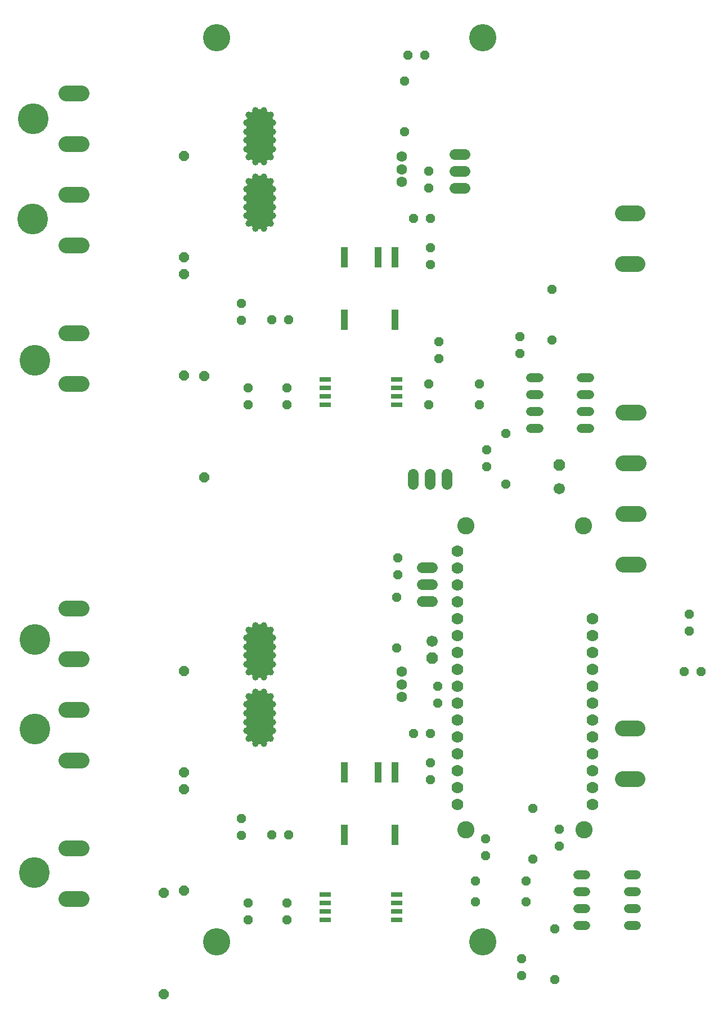
<source format=gts>
G04 EAGLE Gerber RS-274X export*
G75*
%MOMM*%
%FSLAX34Y34*%
%LPD*%
%INSoldermask Top*%
%IPPOS*%
%AMOC8*
5,1,8,0,0,1.08239X$1,22.5*%
G01*
%ADD10C,2.601600*%
%ADD11C,4.101600*%
%ADD12R,1.803400X0.660400*%
%ADD13P,1.594577X8X112.500000*%
%ADD14P,1.429621X8X292.500000*%
%ADD15C,2.351600*%
%ADD16P,1.429621X8X22.500000*%
%ADD17P,1.429621X8X112.500000*%
%ADD18C,1.320800*%
%ADD19C,1.001600*%
%ADD20C,4.101600*%
%ADD21C,1.601600*%
%ADD22C,1.625600*%
%ADD23R,1.092200X3.149600*%
%ADD24P,1.429621X8X202.500000*%
%ADD25C,1.778000*%
%ADD26C,1.701800*%
%ADD27P,1.842011X8X292.500000*%
%ADD28P,1.842011X8X112.500000*%
%ADD29C,4.617600*%


D10*
X932180Y269240D03*
X754380Y269240D03*
D11*
X780000Y1460000D03*
X380000Y1460000D03*
X780000Y100000D03*
X380000Y100000D03*
D10*
X754368Y726435D03*
X932112Y726435D03*
D12*
X543052Y171450D03*
X543052Y158750D03*
X543052Y146050D03*
X543052Y133350D03*
X650748Y133350D03*
X650748Y146050D03*
X650748Y158750D03*
X650748Y171450D03*
D13*
X330200Y355600D03*
X330200Y508000D03*
X330200Y177800D03*
X330200Y330200D03*
X299903Y21399D03*
X299903Y173799D03*
D14*
X426720Y158750D03*
X426720Y133350D03*
X485140Y158750D03*
X485140Y133350D03*
D15*
X176350Y525780D02*
X153850Y525780D01*
X153850Y601980D02*
X176350Y601980D01*
X176350Y165100D02*
X153850Y165100D01*
X153850Y241300D02*
X176350Y241300D01*
X992050Y744220D02*
X1014550Y744220D01*
X1014550Y668020D02*
X992050Y668020D01*
X992050Y896620D02*
X1014550Y896620D01*
X1014550Y820420D02*
X992050Y820420D01*
D16*
X769016Y192136D03*
X845216Y192136D03*
X769016Y160386D03*
X845216Y160386D03*
D17*
X784256Y230236D03*
X784256Y255636D03*
D14*
X888396Y119746D03*
X888396Y43546D03*
X838835Y74970D03*
X838835Y49570D03*
X855881Y301179D03*
X855881Y224979D03*
D17*
X895273Y244018D03*
X895273Y269418D03*
D18*
X922940Y201026D02*
X935132Y201026D01*
X935132Y175626D02*
X922940Y175626D01*
X999140Y175626D02*
X1011332Y175626D01*
X1011332Y201026D02*
X999140Y201026D01*
X935132Y150226D02*
X922940Y150226D01*
X922940Y124826D02*
X935132Y124826D01*
X999140Y150226D02*
X1011332Y150226D01*
X1011332Y124826D02*
X999140Y124826D01*
D15*
X990780Y421640D02*
X1013280Y421640D01*
X1013280Y345440D02*
X990780Y345440D01*
D19*
X438150Y398780D03*
X438150Y576580D03*
D20*
X444500Y557680D02*
X444500Y517680D01*
X444500Y457680D02*
X444500Y417680D01*
D21*
X658500Y468580D03*
X658500Y487680D03*
X658500Y506780D03*
D19*
X450850Y576580D03*
X450850Y398780D03*
X460750Y569430D03*
X464500Y557680D03*
X464500Y544430D03*
X464500Y531180D03*
X464500Y517680D03*
X460750Y505930D03*
X450750Y498680D03*
X438250Y498680D03*
X428250Y505930D03*
X424500Y517680D03*
X424500Y531180D03*
X424500Y544430D03*
X424500Y557680D03*
X428250Y569430D03*
X460750Y405930D03*
X464500Y417680D03*
X464500Y430930D03*
X464500Y444430D03*
X464500Y457680D03*
X460750Y469430D03*
X450750Y476680D03*
X438250Y476680D03*
X428250Y469430D03*
X424500Y457680D03*
X424500Y444430D03*
X424500Y430930D03*
X424500Y417680D03*
X428250Y405930D03*
D15*
X176350Y373380D02*
X153850Y373380D01*
X153850Y449580D02*
X176350Y449580D01*
D22*
X688853Y612811D02*
X704093Y612811D01*
X704093Y638211D02*
X688853Y638211D01*
X688853Y663611D02*
X704093Y663611D01*
X675150Y788947D02*
X675150Y804187D01*
X700550Y804187D02*
X700550Y788947D01*
X725950Y788947D02*
X725950Y804187D01*
D23*
X647700Y355600D03*
X622300Y355600D03*
X571500Y355600D03*
X571500Y261620D03*
X647700Y261620D03*
D17*
X1090930Y567690D03*
X1090930Y593090D03*
D24*
X1108710Y506730D03*
X1083310Y506730D03*
D25*
X741680Y307340D03*
X741680Y332740D03*
X741680Y358140D03*
X741680Y383540D03*
X741680Y408940D03*
X741680Y434340D03*
X741680Y459740D03*
X741680Y485140D03*
X741680Y510540D03*
X741680Y535940D03*
X741680Y561340D03*
X741680Y586740D03*
X741680Y612140D03*
X741680Y637540D03*
X741680Y662940D03*
X741680Y688340D03*
X944880Y586740D03*
X944880Y561340D03*
X944880Y535940D03*
X944880Y510540D03*
X944880Y485140D03*
X944880Y459740D03*
X944880Y434340D03*
X944880Y408940D03*
X944880Y383540D03*
X944880Y358140D03*
X944880Y332740D03*
X944880Y307340D03*
D26*
X703674Y552281D03*
D27*
X703674Y526881D03*
D16*
X675640Y414020D03*
X701040Y414020D03*
D14*
X701040Y369570D03*
X701040Y344170D03*
D28*
X895636Y817284D03*
D26*
X895636Y781724D03*
D16*
X462280Y261620D03*
X487680Y261620D03*
D17*
X416560Y260350D03*
X416560Y285750D03*
D14*
X712717Y484572D03*
X712717Y459172D03*
D17*
X652140Y652263D03*
X652140Y677663D03*
X650380Y542113D03*
X650380Y618313D03*
D12*
X543052Y946150D03*
X543052Y933450D03*
X543052Y920750D03*
X543052Y908050D03*
X650748Y908050D03*
X650748Y920750D03*
X650748Y933450D03*
X650748Y946150D03*
D13*
X330200Y1130300D03*
X330200Y1282700D03*
X330200Y952500D03*
X330200Y1104900D03*
X360680Y798830D03*
X360680Y951230D03*
D14*
X426720Y933450D03*
X426720Y908050D03*
X485140Y933450D03*
X485140Y908050D03*
D15*
X176350Y1300480D02*
X153850Y1300480D01*
X153850Y1376680D02*
X176350Y1376680D01*
X176350Y939800D02*
X153850Y939800D01*
X153850Y1016000D02*
X176350Y1016000D01*
D16*
X698500Y939800D03*
X774700Y939800D03*
X698500Y908050D03*
X774700Y908050D03*
D17*
X713740Y977900D03*
X713740Y1003300D03*
D14*
X815036Y865136D03*
X815036Y788936D03*
X786528Y840305D03*
X786528Y814905D03*
X883920Y1082040D03*
X883920Y1005840D03*
D17*
X835660Y985520D03*
X835660Y1010920D03*
D18*
X852424Y948690D02*
X864616Y948690D01*
X864616Y923290D02*
X852424Y923290D01*
X928624Y923290D02*
X940816Y923290D01*
X940816Y948690D02*
X928624Y948690D01*
X864616Y897890D02*
X852424Y897890D01*
X852424Y872490D02*
X864616Y872490D01*
X928624Y897890D02*
X940816Y897890D01*
X940816Y872490D02*
X928624Y872490D01*
D15*
X990780Y1196340D02*
X1013280Y1196340D01*
X1013280Y1120140D02*
X990780Y1120140D01*
D19*
X438150Y1173480D03*
X438150Y1351280D03*
D20*
X444500Y1332380D02*
X444500Y1292380D01*
X444500Y1232380D02*
X444500Y1192380D01*
D21*
X658500Y1243280D03*
X658500Y1262380D03*
X658500Y1281480D03*
D19*
X450850Y1351280D03*
X450850Y1173480D03*
X460750Y1344130D03*
X464500Y1332380D03*
X464500Y1319130D03*
X464500Y1305880D03*
X464500Y1292380D03*
X460750Y1280630D03*
X450750Y1273380D03*
X438250Y1273380D03*
X428250Y1280630D03*
X424500Y1292380D03*
X424500Y1305880D03*
X424500Y1319130D03*
X424500Y1332380D03*
X428250Y1344130D03*
X460750Y1180630D03*
X464500Y1192380D03*
X464500Y1205630D03*
X464500Y1219130D03*
X464500Y1232380D03*
X460750Y1244130D03*
X450750Y1251380D03*
X438250Y1251380D03*
X428250Y1244130D03*
X424500Y1232380D03*
X424500Y1219130D03*
X424500Y1205630D03*
X424500Y1192380D03*
X428250Y1180630D03*
D15*
X176350Y1148080D02*
X153850Y1148080D01*
X153850Y1224280D02*
X176350Y1224280D01*
D22*
X738136Y1233768D02*
X753376Y1233768D01*
X753376Y1259168D02*
X738136Y1259168D01*
X738136Y1284568D02*
X753376Y1284568D01*
D23*
X647700Y1130300D03*
X622300Y1130300D03*
X571500Y1130300D03*
X571500Y1036320D03*
X647700Y1036320D03*
D16*
X675640Y1188720D03*
X701040Y1188720D03*
D14*
X701040Y1144270D03*
X701040Y1118870D03*
D16*
X462280Y1036320D03*
X487680Y1036320D03*
D17*
X416560Y1035050D03*
X416560Y1060450D03*
D14*
X698500Y1259840D03*
X698500Y1234440D03*
D16*
X667239Y1433866D03*
X692639Y1433866D03*
D17*
X662331Y1319022D03*
X662331Y1395222D03*
D29*
X105111Y204148D03*
X106292Y554621D03*
X106292Y420096D03*
X103930Y1338170D03*
X102749Y1187124D03*
X106292Y974716D03*
M02*

</source>
